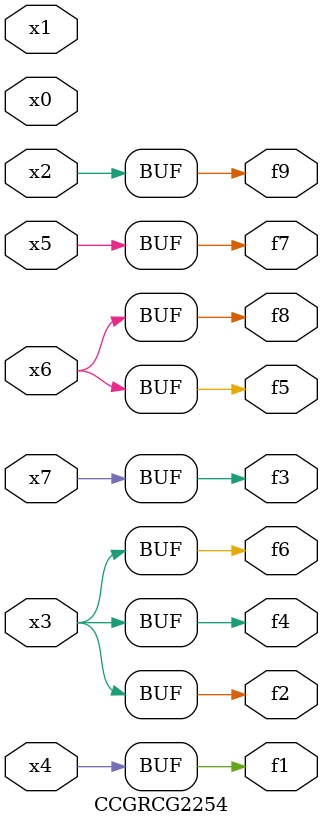
<source format=v>
module CCGRCG2254(
	input x0, x1, x2, x3, x4, x5, x6, x7,
	output f1, f2, f3, f4, f5, f6, f7, f8, f9
);
	assign f1 = x4;
	assign f2 = x3;
	assign f3 = x7;
	assign f4 = x3;
	assign f5 = x6;
	assign f6 = x3;
	assign f7 = x5;
	assign f8 = x6;
	assign f9 = x2;
endmodule

</source>
